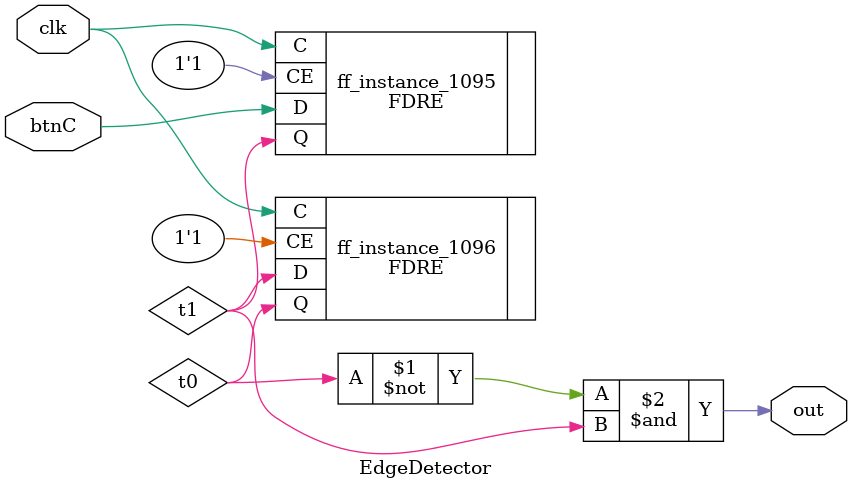
<source format=v>
`timescale 1ns / 1ps


module EdgeDetector(
    input btnC,
    input clk,
    output out
    );
    wire t0,t1;
    FDRE #(.INIT(1'b0) ) ff_instance_1095 (.C(clk),.CE(1'b1), .D(btnC), .Q(t1));
    FDRE #(.INIT(1'b0) ) ff_instance_1096 (.C(clk),.CE(1'b1), .D(t1), .Q(t0));
    
    assign out = ~t0 & t1;

endmodule

</source>
